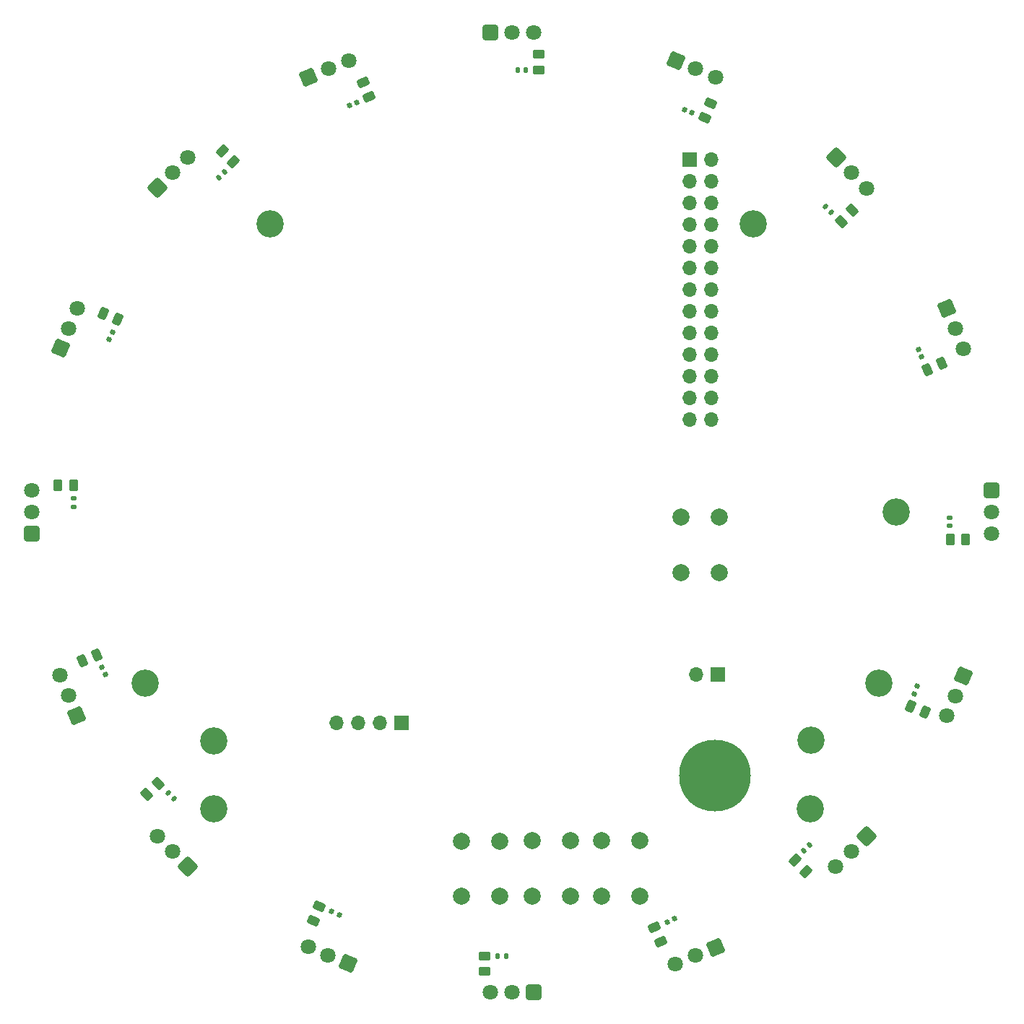
<source format=gbr>
%TF.GenerationSoftware,KiCad,Pcbnew,7.0.9*%
%TF.CreationDate,2024-12-16T17:29:33+09:00*%
%TF.ProjectId,IR_Bored_ESP32,49525f42-6f72-4656-945f-45535033322e,rev?*%
%TF.SameCoordinates,Original*%
%TF.FileFunction,Soldermask,Top*%
%TF.FilePolarity,Negative*%
%FSLAX46Y46*%
G04 Gerber Fmt 4.6, Leading zero omitted, Abs format (unit mm)*
G04 Created by KiCad (PCBNEW 7.0.9) date 2024-12-16 17:29:33*
%MOMM*%
%LPD*%
G01*
G04 APERTURE LIST*
G04 Aperture macros list*
%AMRoundRect*
0 Rectangle with rounded corners*
0 $1 Rounding radius*
0 $2 $3 $4 $5 $6 $7 $8 $9 X,Y pos of 4 corners*
0 Add a 4 corners polygon primitive as box body*
4,1,4,$2,$3,$4,$5,$6,$7,$8,$9,$2,$3,0*
0 Add four circle primitives for the rounded corners*
1,1,$1+$1,$2,$3*
1,1,$1+$1,$4,$5*
1,1,$1+$1,$6,$7*
1,1,$1+$1,$8,$9*
0 Add four rect primitives between the rounded corners*
20,1,$1+$1,$2,$3,$4,$5,0*
20,1,$1+$1,$4,$5,$6,$7,0*
20,1,$1+$1,$6,$7,$8,$9,0*
20,1,$1+$1,$8,$9,$2,$3,0*%
G04 Aperture macros list end*
%ADD10RoundRect,0.250000X0.503814X0.132583X0.132583X0.503814X-0.503814X-0.132583X-0.132583X-0.503814X0*%
%ADD11RoundRect,0.140000X0.194399X0.103484X-0.064287X0.210635X-0.194399X-0.103484X0.064287X-0.210635X0*%
%ADD12R,1.700000X1.700000*%
%ADD13O,1.700000X1.700000*%
%ADD14RoundRect,0.250000X0.132583X-0.503814X0.503814X-0.132583X-0.132583X0.503814X-0.503814X0.132583X0*%
%ADD15RoundRect,0.140000X0.219203X0.021213X0.021213X0.219203X-0.219203X-0.021213X-0.021213X-0.219203X0*%
%ADD16RoundRect,0.140000X-0.140000X-0.170000X0.140000X-0.170000X0.140000X0.170000X-0.140000X0.170000X0*%
%ADD17RoundRect,0.140000X-0.210635X0.064287X-0.103484X-0.194399X0.210635X-0.064287X0.103484X0.194399X0*%
%ADD18RoundRect,0.250000X-0.414726X-0.315291X0.070311X-0.516200X0.414726X0.315291X-0.070311X0.516200X0*%
%ADD19C,3.200000*%
%ADD20C,2.000000*%
%ADD21RoundRect,0.140000X0.210635X-0.064287X0.103484X0.194399X-0.210635X0.064287X-0.103484X-0.194399X0*%
%ADD22RoundRect,0.250000X-0.132583X0.503814X-0.503814X0.132583X0.132583X-0.503814X0.503814X-0.132583X0*%
%ADD23RoundRect,0.250000X0.070311X0.516200X-0.414726X0.315291X-0.070311X-0.516200X0.414726X-0.315291X0*%
%ADD24RoundRect,0.250000X-0.262500X-0.450000X0.262500X-0.450000X0.262500X0.450000X-0.262500X0.450000X0*%
%ADD25RoundRect,0.140000X0.021213X-0.219203X0.219203X-0.021213X-0.021213X0.219203X-0.219203X0.021213X0*%
%ADD26RoundRect,0.250000X0.262500X0.450000X-0.262500X0.450000X-0.262500X-0.450000X0.262500X-0.450000X0*%
%ADD27RoundRect,0.250000X0.450000X-0.262500X0.450000X0.262500X-0.450000X0.262500X-0.450000X-0.262500X0*%
%ADD28C,8.400000*%
%ADD29RoundRect,0.250000X-0.070311X-0.516200X0.414726X-0.315291X0.070311X0.516200X-0.414726X0.315291X0*%
%ADD30RoundRect,0.250000X0.414726X0.315291X-0.070311X0.516200X-0.414726X-0.315291X0.070311X-0.516200X0*%
%ADD31RoundRect,0.140000X-0.103484X0.194399X-0.210635X-0.064287X0.103484X-0.194399X0.210635X0.064287X0*%
%ADD32RoundRect,0.140000X-0.021213X0.219203X-0.219203X0.021213X0.021213X-0.219203X0.219203X-0.021213X0*%
%ADD33RoundRect,0.250000X-0.450000X0.262500X-0.450000X-0.262500X0.450000X-0.262500X0.450000X0.262500X0*%
%ADD34RoundRect,0.250000X0.315291X-0.414726X0.516200X0.070311X-0.315291X0.414726X-0.516200X-0.070311X0*%
%ADD35RoundRect,0.140000X-0.064287X-0.210635X0.194399X-0.103484X0.064287X0.210635X-0.194399X0.103484X0*%
%ADD36RoundRect,0.250000X-0.503814X-0.132583X-0.132583X-0.503814X0.503814X0.132583X0.132583X0.503814X0*%
%ADD37RoundRect,0.250000X-0.516200X0.070311X-0.315291X-0.414726X0.516200X-0.070311X0.315291X0.414726X0*%
%ADD38RoundRect,0.140000X0.103484X-0.194399X0.210635X0.064287X-0.103484X0.194399X-0.210635X-0.064287X0*%
%ADD39RoundRect,0.250000X-0.315291X0.414726X-0.516200X-0.070311X0.315291X-0.414726X0.516200X0.070311X0*%
%ADD40RoundRect,0.250000X0.516200X-0.070311X0.315291X0.414726X-0.516200X0.070311X-0.315291X-0.414726X0*%
%ADD41RoundRect,0.140000X-0.170000X0.140000X-0.170000X-0.140000X0.170000X-0.140000X0.170000X0.140000X0*%
%ADD42RoundRect,0.140000X-0.219203X-0.021213X-0.021213X-0.219203X0.219203X0.021213X0.021213X0.219203X0*%
%ADD43RoundRect,0.140000X0.064287X0.210635X-0.194399X0.103484X-0.064287X-0.210635X0.194399X-0.103484X0*%
%ADD44RoundRect,0.140000X0.170000X-0.140000X0.170000X0.140000X-0.170000X0.140000X-0.170000X-0.140000X0*%
%ADD45RoundRect,0.140000X0.140000X0.170000X-0.140000X0.170000X-0.140000X-0.170000X0.140000X-0.170000X0*%
%ADD46RoundRect,0.140000X-0.194399X-0.103484X0.064287X-0.210635X0.194399X0.103484X-0.064287X0.210635X0*%
%ADD47RoundRect,0.250200X-0.849005X0.351669X-0.351669X-0.849005X0.849005X-0.351669X0.351669X0.849005X0*%
%ADD48C,1.800000*%
%ADD49RoundRect,0.250200X0.849005X0.351669X-0.351669X0.849005X-0.849005X-0.351669X0.351669X-0.849005X0*%
%ADD50RoundRect,0.250200X-0.351669X-0.849005X0.849005X-0.351669X0.351669X0.849005X-0.849005X0.351669X0*%
%ADD51RoundRect,0.250200X0.351669X0.849005X-0.849005X0.351669X-0.351669X-0.849005X0.849005X-0.351669X0*%
%ADD52RoundRect,0.250200X-0.649800X-0.649800X0.649800X-0.649800X0.649800X0.649800X-0.649800X0.649800X0*%
%ADD53RoundRect,0.250200X-0.918956X0.000000X0.000000X-0.918956X0.918956X0.000000X0.000000X0.918956X0*%
%ADD54RoundRect,0.250200X0.000000X0.918956X-0.918956X0.000000X0.000000X-0.918956X0.918956X0.000000X0*%
%ADD55RoundRect,0.250200X0.000000X-0.918956X0.918956X0.000000X0.000000X0.918956X-0.918956X0.000000X0*%
%ADD56RoundRect,0.250200X-0.849005X-0.351669X0.351669X-0.849005X0.849005X0.351669X-0.351669X0.849005X0*%
%ADD57RoundRect,0.250200X0.649800X-0.649800X0.649800X0.649800X-0.649800X0.649800X-0.649800X-0.649800X0*%
%ADD58RoundRect,0.250200X-0.649800X0.649800X-0.649800X-0.649800X0.649800X-0.649800X0.649800X0.649800X0*%
%ADD59RoundRect,0.250200X0.849005X-0.351669X0.351669X0.849005X-0.849005X0.351669X-0.351669X-0.849005X0*%
%ADD60RoundRect,0.250200X-0.351669X0.849005X-0.849005X-0.351669X0.351669X-0.849005X0.849005X0.351669X0*%
%ADD61RoundRect,0.250200X0.649800X0.649800X-0.649800X0.649800X-0.649800X-0.649800X0.649800X-0.649800X0*%
%ADD62RoundRect,0.250200X0.351669X-0.849005X0.849005X0.351669X-0.351669X0.849005X-0.849005X-0.351669X0*%
%ADD63RoundRect,0.250200X0.918956X0.000000X0.000000X0.918956X-0.918956X0.000000X0.000000X-0.918956X0*%
G04 APERTURE END LIST*
D10*
%TO.C,R1*%
X156845235Y-44565235D03*
X155554765Y-43274765D03*
%TD*%
D11*
%TO.C,C16*%
X210608232Y-38826948D03*
X209721308Y-38459572D03*
%TD*%
D12*
%TO.C,J1*%
X176530000Y-110410000D03*
D13*
X173990000Y-110410000D03*
X171450000Y-110410000D03*
X168910000Y-110410000D03*
%TD*%
D14*
%TO.C,R15*%
X228072221Y-51570978D03*
X229362691Y-50280508D03*
%TD*%
D15*
%TO.C,C15*%
X226921405Y-50473195D03*
X226242583Y-49794373D03*
%TD*%
D16*
%TO.C,C11*%
X187840000Y-137710000D03*
X188800000Y-137710000D03*
%TD*%
D17*
%TO.C,C6*%
X141444014Y-103836295D03*
X141811390Y-104723219D03*
%TD*%
D18*
%TO.C,R10*%
X236206960Y-108380801D03*
X237893040Y-109079199D03*
%TD*%
D19*
%TO.C,REF\u002A\u002A*%
X154535498Y-120412834D03*
%TD*%
%TO.C,REF\u002A\u002A*%
X232550000Y-105720000D03*
%TD*%
D20*
%TO.C,Camera_RST*%
X209280000Y-92770000D03*
X209280000Y-86270000D03*
X213780000Y-92770000D03*
X213780000Y-86270000D03*
%TD*%
D21*
%TO.C,C14*%
X237535986Y-67475705D03*
X237168610Y-66588781D03*
%TD*%
D22*
%TO.C,R7*%
X147985235Y-117494765D03*
X146694765Y-118785235D03*
%TD*%
D19*
%TO.C,REF\u002A\u002A*%
X146475498Y-105714800D03*
%TD*%
D23*
%TO.C,R6*%
X140800903Y-102381678D03*
X139114823Y-103080076D03*
%TD*%
D24*
%TO.C,R13*%
X240873502Y-88835998D03*
X242698502Y-88835998D03*
%TD*%
D25*
%TO.C,C9*%
X223741178Y-125388822D03*
X224420000Y-124710000D03*
%TD*%
D26*
%TO.C,R5*%
X138106500Y-82476001D03*
X136281500Y-82476001D03*
%TD*%
D19*
%TO.C,REF\u002A\u002A*%
X217795498Y-51872834D03*
%TD*%
%TO.C,REF\u002A\u002A*%
X224490000Y-120440000D03*
%TD*%
D27*
%TO.C,R3*%
X192670000Y-33792500D03*
X192670000Y-31967500D03*
%TD*%
D28*
%TO.C,REF\u002A\u002A*%
X213300000Y-116560000D03*
%TD*%
D29*
%TO.C,R14*%
X238179098Y-68930321D03*
X239865178Y-68231923D03*
%TD*%
D30*
%TO.C,R2*%
X143234769Y-63054450D03*
X141548689Y-62356052D03*
%TD*%
D31*
%TO.C,C2*%
X142660948Y-64537767D03*
X142293572Y-65424691D03*
%TD*%
D32*
%TO.C,C1*%
X155800000Y-45730000D03*
X155121178Y-46408822D03*
%TD*%
D20*
%TO.C,SW2*%
X191830000Y-130680000D03*
X191830000Y-124180000D03*
X196330000Y-130680000D03*
X196330000Y-124180000D03*
%TD*%
D33*
%TO.C,R11*%
X186310000Y-137690000D03*
X186310000Y-139515000D03*
%TD*%
D34*
%TO.C,R16*%
X212091551Y-39400769D03*
X212789949Y-37714689D03*
%TD*%
D35*
%TO.C,C12*%
X207670295Y-133701986D03*
X208557219Y-133334610D03*
%TD*%
D12*
%TO.C,SW5*%
X213670000Y-104690000D03*
D13*
X211130000Y-104690000D03*
%TD*%
D19*
%TO.C,REF\u002A\u002A*%
X224530000Y-112410000D03*
%TD*%
D12*
%TO.C,J2*%
X210303800Y-44356600D03*
D13*
X212843800Y-44356600D03*
X210303800Y-46896600D03*
X212843800Y-46896600D03*
X210303800Y-49436600D03*
X212843800Y-49436600D03*
X210303800Y-51976600D03*
X212843800Y-51976600D03*
X210303800Y-54516600D03*
X212843800Y-54516600D03*
X210303800Y-57056600D03*
X212843800Y-57056600D03*
X210303800Y-59596600D03*
X212843800Y-59596600D03*
X210303800Y-62136600D03*
X212843800Y-62136600D03*
X210303800Y-64676600D03*
X212843800Y-64676600D03*
X210303800Y-67216600D03*
X212843800Y-67216600D03*
X210303800Y-69756600D03*
X212843800Y-69756600D03*
X210303800Y-72296600D03*
X212843800Y-72296600D03*
X210303800Y-74836600D03*
X212843800Y-74836600D03*
%TD*%
D36*
%TO.C,R9*%
X222710000Y-126480000D03*
X224000470Y-127770470D03*
%TD*%
D19*
%TO.C,REF\u002A\u002A*%
X154505498Y-112490000D03*
%TD*%
D37*
%TO.C,R12*%
X206215679Y-134345098D03*
X206914077Y-136031178D03*
%TD*%
D38*
%TO.C,C10*%
X236636312Y-106943462D03*
X237003688Y-106056538D03*
%TD*%
D39*
%TO.C,R8*%
X166888451Y-131911232D03*
X166190053Y-133597312D03*
%TD*%
D40*
%TO.C,R4*%
X172764323Y-36966903D03*
X172065925Y-35280823D03*
%TD*%
D19*
%TO.C,REF\u002A\u002A*%
X234500000Y-85660000D03*
%TD*%
D41*
%TO.C,C5*%
X138143999Y-84065999D03*
X138143999Y-85025999D03*
%TD*%
D42*
%TO.C,C7*%
X149180589Y-118610589D03*
X149859411Y-119289411D03*
%TD*%
D43*
%TO.C,C4*%
X171309705Y-37610015D03*
X170422781Y-37977391D03*
%TD*%
D44*
%TO.C,C13*%
X240836001Y-87246001D03*
X240836001Y-86286001D03*
%TD*%
D45*
%TO.C,C3*%
X191120000Y-33810000D03*
X190160000Y-33810000D03*
%TD*%
D20*
%TO.C,SW1*%
X183600000Y-130720000D03*
X183600000Y-124220000D03*
X188100000Y-130720000D03*
X188100000Y-124220000D03*
%TD*%
D46*
%TO.C,C8*%
X168371767Y-132485052D03*
X169258691Y-132852428D03*
%TD*%
D20*
%TO.C,SW3*%
X200020000Y-130650000D03*
X200020000Y-124150000D03*
X204520000Y-130650000D03*
X204520000Y-124150000D03*
%TD*%
D19*
%TO.C,REF\u002A\u002A*%
X161140000Y-51860000D03*
%TD*%
D47*
%TO.C,U13*%
X240504024Y-61797671D03*
D48*
X241476040Y-64144325D03*
X242448056Y-66490979D03*
%TD*%
D49*
%TO.C,U7*%
X170288024Y-138598749D03*
D48*
X167941370Y-137626733D03*
X165594716Y-136654717D03*
%TD*%
D50*
%TO.C,U1*%
X165631671Y-34641976D03*
D48*
X167978325Y-33669960D03*
X170324979Y-32697944D03*
%TD*%
D51*
%TO.C,U9*%
X213348329Y-136670024D03*
D48*
X211001675Y-137642040D03*
X208655021Y-138614056D03*
%TD*%
D52*
%TO.C,U17*%
X186970000Y-29395000D03*
D48*
X189510000Y-29395000D03*
X192050000Y-29395000D03*
%TD*%
D53*
%TO.C,U14*%
X227490626Y-44091556D03*
D48*
X229286677Y-45887607D03*
X231082728Y-47683658D03*
%TD*%
D54*
%TO.C,U10*%
X231054444Y-123656625D03*
D48*
X229258393Y-125452676D03*
X227462342Y-127248727D03*
%TD*%
D55*
%TO.C,U2*%
X147925556Y-47655375D03*
D48*
X149721607Y-45859324D03*
X151517658Y-44063273D03*
%TD*%
D56*
%TO.C,U15*%
X208691976Y-32713251D03*
D48*
X211038630Y-33685267D03*
X213385284Y-34657283D03*
%TD*%
D57*
%TO.C,U4*%
X133229000Y-88176000D03*
D48*
X133229000Y-85636000D03*
X133229000Y-83096000D03*
%TD*%
D58*
%TO.C,U12*%
X245751001Y-83136000D03*
D48*
X245751001Y-85676000D03*
X245751001Y-88216000D03*
%TD*%
D59*
%TO.C,U5*%
X138475976Y-109514329D03*
D48*
X137503960Y-107167675D03*
X136531944Y-104821021D03*
%TD*%
D60*
%TO.C,U11*%
X242432749Y-104857976D03*
D48*
X241460733Y-107204630D03*
X240488717Y-109551284D03*
%TD*%
D61*
%TO.C,U8*%
X192010000Y-141917000D03*
D48*
X189470000Y-141917000D03*
X186930000Y-141917000D03*
%TD*%
D62*
%TO.C,U3*%
X136547251Y-66454024D03*
D48*
X137519267Y-64107370D03*
X138491283Y-61760716D03*
%TD*%
D63*
%TO.C,U6*%
X151489375Y-127220444D03*
D48*
X149693324Y-125424393D03*
X147897273Y-123628342D03*
%TD*%
M02*

</source>
